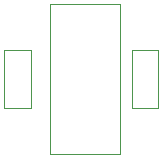
<source format=gbr>
%TF.GenerationSoftware,KiCad,Pcbnew,(5.1.7)-1*%
%TF.CreationDate,2020-12-02T23:42:10-06:00*%
%TF.ProjectId,025mag-PROBE-BOARD_REV2,3032356d-6167-42d5-9052-4f42452d424f,rev?*%
%TF.SameCoordinates,Original*%
%TF.FileFunction,Other,User*%
%FSLAX46Y46*%
G04 Gerber Fmt 4.6, Leading zero omitted, Abs format (unit mm)*
G04 Created by KiCad (PCBNEW (5.1.7)-1) date 2020-12-02 23:42:10*
%MOMM*%
%LPD*%
G01*
G04 APERTURE LIST*
%ADD10C,0.050000*%
G04 APERTURE END LIST*
D10*
X-2930000Y-6340000D02*
X-2920000Y6370000D01*
X2940000Y-6340000D02*
X-2930000Y-6340000D01*
X2940000Y6340000D02*
X2940000Y-6340000D01*
X-2940000Y6370000D02*
X2940000Y6340000D01*
%TO.C,D2*%
X-6835000Y2450000D02*
X-6835000Y-2450000D01*
X-4595000Y2450000D02*
X-6835000Y2450000D01*
X-4595000Y-2450000D02*
X-4595000Y2450000D01*
X-6835000Y-2450000D02*
X-4595000Y-2450000D01*
%TO.C,R2*%
X3960000Y2450000D02*
X3960000Y-2450000D01*
X6200000Y2450000D02*
X3960000Y2450000D01*
X6200000Y-2450000D02*
X6200000Y2450000D01*
X3960000Y-2450000D02*
X6200000Y-2450000D01*
%TD*%
M02*

</source>
